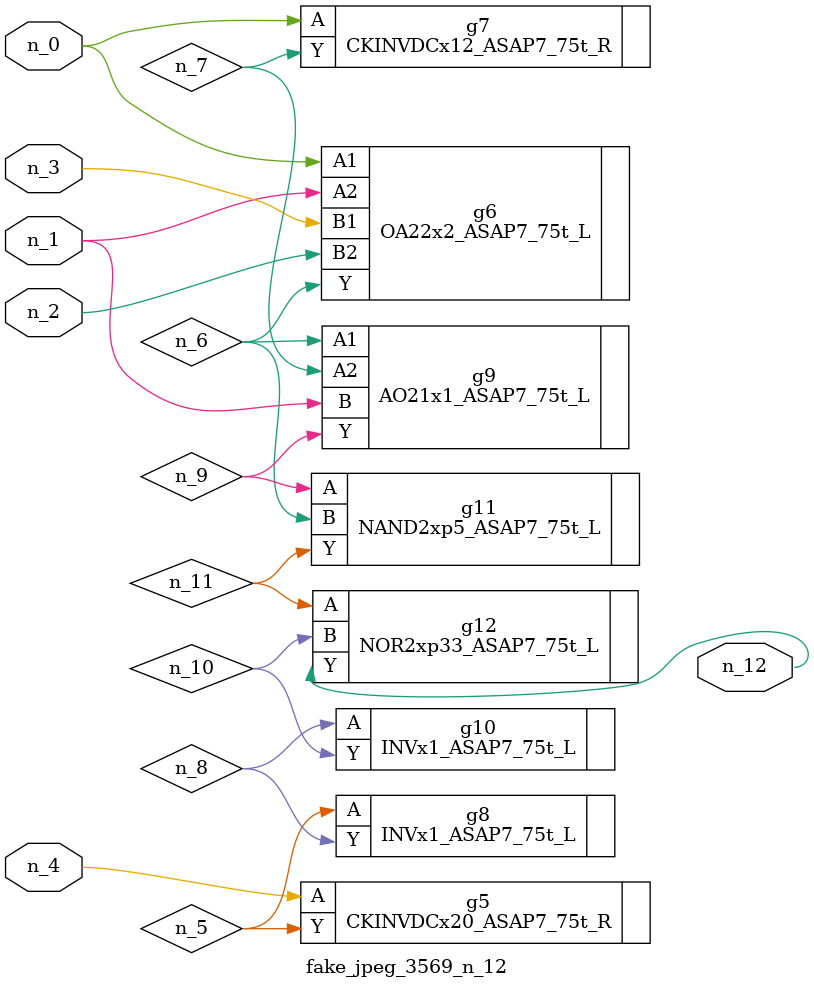
<source format=v>
module fake_jpeg_3569_n_12 (n_3, n_2, n_1, n_0, n_4, n_12);

input n_3;
input n_2;
input n_1;
input n_0;
input n_4;

output n_12;

wire n_11;
wire n_10;
wire n_8;
wire n_9;
wire n_6;
wire n_5;
wire n_7;

CKINVDCx20_ASAP7_75t_R g5 ( 
.A(n_4),
.Y(n_5)
);

OA22x2_ASAP7_75t_L g6 ( 
.A1(n_0),
.A2(n_1),
.B1(n_3),
.B2(n_2),
.Y(n_6)
);

CKINVDCx12_ASAP7_75t_R g7 ( 
.A(n_0),
.Y(n_7)
);

INVx1_ASAP7_75t_L g8 ( 
.A(n_5),
.Y(n_8)
);

INVx1_ASAP7_75t_L g10 ( 
.A(n_8),
.Y(n_10)
);

AO21x1_ASAP7_75t_L g9 ( 
.A1(n_6),
.A2(n_7),
.B(n_1),
.Y(n_9)
);

NAND2xp5_ASAP7_75t_L g11 ( 
.A(n_9),
.B(n_6),
.Y(n_11)
);

NOR2xp33_ASAP7_75t_L g12 ( 
.A(n_11),
.B(n_10),
.Y(n_12)
);


endmodule
</source>
